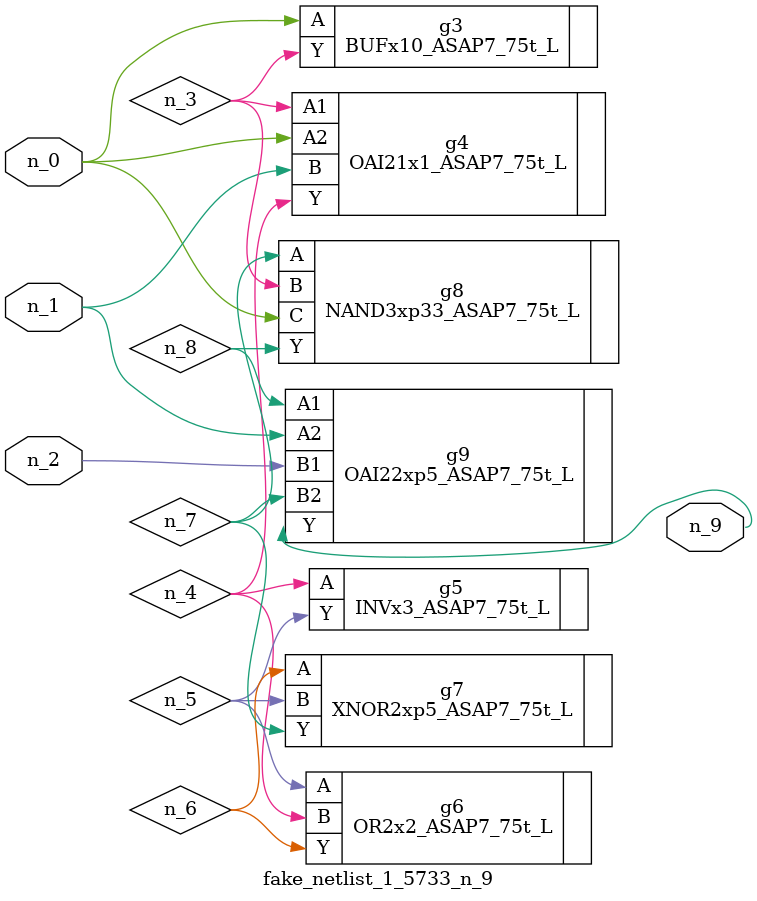
<source format=v>
module fake_netlist_1_5733_n_9 (n_1, n_2, n_0, n_9);
input n_1;
input n_2;
input n_0;
output n_9;
wire n_6;
wire n_4;
wire n_3;
wire n_5;
wire n_7;
wire n_8;
BUFx10_ASAP7_75t_L g3 ( .A(n_0), .Y(n_3) );
OAI21x1_ASAP7_75t_L g4 ( .A1(n_3), .A2(n_0), .B(n_1), .Y(n_4) );
INVx3_ASAP7_75t_L g5 ( .A(n_4), .Y(n_5) );
OR2x2_ASAP7_75t_L g6 ( .A(n_5), .B(n_4), .Y(n_6) );
XNOR2xp5_ASAP7_75t_L g7 ( .A(n_6), .B(n_5), .Y(n_7) );
NAND3xp33_ASAP7_75t_L g8 ( .A(n_7), .B(n_3), .C(n_0), .Y(n_8) );
OAI22xp5_ASAP7_75t_L g9 ( .A1(n_8), .A2(n_1), .B1(n_2), .B2(n_7), .Y(n_9) );
endmodule
</source>
